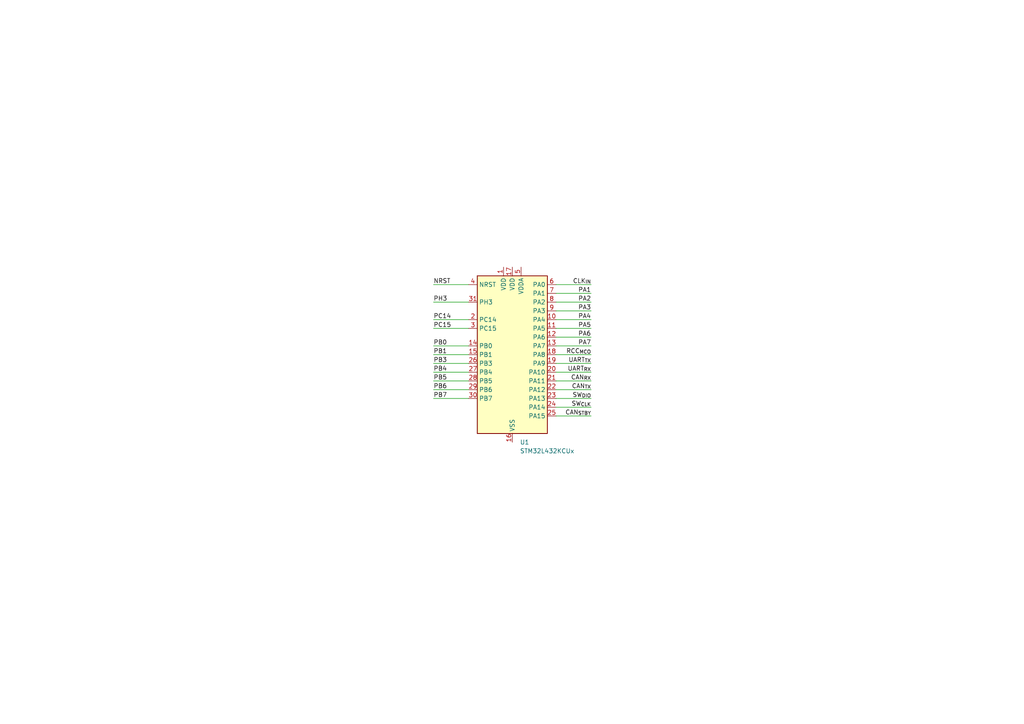
<source format=kicad_sch>
(kicad_sch
	(version 20231120)
	(generator "eeschema")
	(generator_version "8.0")
	(uuid "547c77e5-487c-405b-9a0b-77ef959ecc34")
	(paper "A4")
	(lib_symbols
		(symbol "MCU_ST_STM32L4:STM32L432KCUx"
			(exclude_from_sim no)
			(in_bom yes)
			(on_board yes)
			(property "Reference" "U"
				(at -10.16 24.13 0)
				(effects
					(font
						(size 1.27 1.27)
					)
					(justify left)
				)
			)
			(property "Value" "STM32L432KCUx"
				(at 5.08 24.13 0)
				(effects
					(font
						(size 1.27 1.27)
					)
					(justify left)
				)
			)
			(property "Footprint" "Package_DFN_QFN:QFN-32-1EP_5x5mm_P0.5mm_EP3.45x3.45mm"
				(at -10.16 -22.86 0)
				(effects
					(font
						(size 1.27 1.27)
					)
					(justify right)
					(hide yes)
				)
			)
			(property "Datasheet" "https://www.st.com/resource/en/datasheet/stm32l432kc.pdf"
				(at 0 0 0)
				(effects
					(font
						(size 1.27 1.27)
					)
					(hide yes)
				)
			)
			(property "Description" "STMicroelectronics Arm Cortex-M4 MCU, 256KB flash, 64KB RAM, 80 MHz, 1.71-3.6V, 26 GPIO, UFQFPN32"
				(at 0 0 0)
				(effects
					(font
						(size 1.27 1.27)
					)
					(hide yes)
				)
			)
			(property "ki_locked" ""
				(at 0 0 0)
				(effects
					(font
						(size 1.27 1.27)
					)
				)
			)
			(property "ki_keywords" "Arm Cortex-M4 STM32L4 STM32L4x2"
				(at 0 0 0)
				(effects
					(font
						(size 1.27 1.27)
					)
					(hide yes)
				)
			)
			(property "ki_fp_filters" "QFN*1EP*5x5mm*P0.5mm*"
				(at 0 0 0)
				(effects
					(font
						(size 1.27 1.27)
					)
					(hide yes)
				)
			)
			(symbol "STM32L432KCUx_0_1"
				(rectangle
					(start -10.16 -22.86)
					(end 10.16 22.86)
					(stroke
						(width 0.254)
						(type default)
					)
					(fill
						(type background)
					)
				)
			)
			(symbol "STM32L432KCUx_1_1"
				(pin power_in line
					(at -2.54 25.4 270)
					(length 2.54)
					(name "VDD"
						(effects
							(font
								(size 1.27 1.27)
							)
						)
					)
					(number "1"
						(effects
							(font
								(size 1.27 1.27)
							)
						)
					)
				)
				(pin bidirectional line
					(at 12.7 10.16 180)
					(length 2.54)
					(name "PA4"
						(effects
							(font
								(size 1.27 1.27)
							)
						)
					)
					(number "10"
						(effects
							(font
								(size 1.27 1.27)
							)
						)
					)
					(alternate "ADC1_IN9" bidirectional line)
					(alternate "COMP1_INM" bidirectional line)
					(alternate "COMP2_INM" bidirectional line)
					(alternate "DAC1_OUT1" bidirectional line)
					(alternate "LPTIM2_OUT" bidirectional line)
					(alternate "SAI1_FS_B" bidirectional line)
					(alternate "SPI1_NSS" bidirectional line)
					(alternate "SPI3_NSS" bidirectional line)
					(alternate "USART2_CK" bidirectional line)
				)
				(pin bidirectional line
					(at 12.7 7.62 180)
					(length 2.54)
					(name "PA5"
						(effects
							(font
								(size 1.27 1.27)
							)
						)
					)
					(number "11"
						(effects
							(font
								(size 1.27 1.27)
							)
						)
					)
					(alternate "ADC1_IN10" bidirectional line)
					(alternate "COMP1_INM" bidirectional line)
					(alternate "COMP2_INM" bidirectional line)
					(alternate "DAC1_OUT2" bidirectional line)
					(alternate "LPTIM2_ETR" bidirectional line)
					(alternate "SPI1_SCK" bidirectional line)
					(alternate "TIM2_CH1" bidirectional line)
					(alternate "TIM2_ETR" bidirectional line)
				)
				(pin bidirectional line
					(at 12.7 5.08 180)
					(length 2.54)
					(name "PA6"
						(effects
							(font
								(size 1.27 1.27)
							)
						)
					)
					(number "12"
						(effects
							(font
								(size 1.27 1.27)
							)
						)
					)
					(alternate "ADC1_IN11" bidirectional line)
					(alternate "COMP1_OUT" bidirectional line)
					(alternate "LPUART1_CTS" bidirectional line)
					(alternate "QUADSPI_BK1_IO3" bidirectional line)
					(alternate "SPI1_MISO" bidirectional line)
					(alternate "TIM16_CH1" bidirectional line)
					(alternate "TIM1_BKIN" bidirectional line)
					(alternate "TIM1_BKIN_COMP2" bidirectional line)
				)
				(pin bidirectional line
					(at 12.7 2.54 180)
					(length 2.54)
					(name "PA7"
						(effects
							(font
								(size 1.27 1.27)
							)
						)
					)
					(number "13"
						(effects
							(font
								(size 1.27 1.27)
							)
						)
					)
					(alternate "ADC1_IN12" bidirectional line)
					(alternate "COMP2_OUT" bidirectional line)
					(alternate "I2C3_SCL" bidirectional line)
					(alternate "QUADSPI_BK1_IO2" bidirectional line)
					(alternate "SPI1_MOSI" bidirectional line)
					(alternate "TIM1_CH1N" bidirectional line)
				)
				(pin bidirectional line
					(at -12.7 2.54 0)
					(length 2.54)
					(name "PB0"
						(effects
							(font
								(size 1.27 1.27)
							)
						)
					)
					(number "14"
						(effects
							(font
								(size 1.27 1.27)
							)
						)
					)
					(alternate "ADC1_IN15" bidirectional line)
					(alternate "COMP1_OUT" bidirectional line)
					(alternate "QUADSPI_BK1_IO1" bidirectional line)
					(alternate "SAI1_EXTCLK" bidirectional line)
					(alternate "SPI1_NSS" bidirectional line)
					(alternate "TIM1_CH2N" bidirectional line)
				)
				(pin bidirectional line
					(at -12.7 0 0)
					(length 2.54)
					(name "PB1"
						(effects
							(font
								(size 1.27 1.27)
							)
						)
					)
					(number "15"
						(effects
							(font
								(size 1.27 1.27)
							)
						)
					)
					(alternate "ADC1_IN16" bidirectional line)
					(alternate "COMP1_INM" bidirectional line)
					(alternate "LPTIM2_IN1" bidirectional line)
					(alternate "LPUART1_DE" bidirectional line)
					(alternate "LPUART1_RTS" bidirectional line)
					(alternate "QUADSPI_BK1_IO0" bidirectional line)
					(alternate "TIM1_CH3N" bidirectional line)
				)
				(pin power_in line
					(at 0 -25.4 90)
					(length 2.54)
					(name "VSS"
						(effects
							(font
								(size 1.27 1.27)
							)
						)
					)
					(number "16"
						(effects
							(font
								(size 1.27 1.27)
							)
						)
					)
				)
				(pin power_in line
					(at 0 25.4 270)
					(length 2.54)
					(name "VDD"
						(effects
							(font
								(size 1.27 1.27)
							)
						)
					)
					(number "17"
						(effects
							(font
								(size 1.27 1.27)
							)
						)
					)
				)
				(pin bidirectional line
					(at 12.7 0 180)
					(length 2.54)
					(name "PA8"
						(effects
							(font
								(size 1.27 1.27)
							)
						)
					)
					(number "18"
						(effects
							(font
								(size 1.27 1.27)
							)
						)
					)
					(alternate "LPTIM2_OUT" bidirectional line)
					(alternate "RCC_MCO" bidirectional line)
					(alternate "SAI1_SCK_A" bidirectional line)
					(alternate "SWPMI1_IO" bidirectional line)
					(alternate "TIM1_CH1" bidirectional line)
					(alternate "USART1_CK" bidirectional line)
				)
				(pin bidirectional line
					(at 12.7 -2.54 180)
					(length 2.54)
					(name "PA9"
						(effects
							(font
								(size 1.27 1.27)
							)
						)
					)
					(number "19"
						(effects
							(font
								(size 1.27 1.27)
							)
						)
					)
					(alternate "DAC1_EXTI9" bidirectional line)
					(alternate "I2C1_SCL" bidirectional line)
					(alternate "SAI1_FS_A" bidirectional line)
					(alternate "TIM15_BKIN" bidirectional line)
					(alternate "TIM1_CH2" bidirectional line)
					(alternate "USART1_TX" bidirectional line)
				)
				(pin bidirectional line
					(at -12.7 10.16 0)
					(length 2.54)
					(name "PC14"
						(effects
							(font
								(size 1.27 1.27)
							)
						)
					)
					(number "2"
						(effects
							(font
								(size 1.27 1.27)
							)
						)
					)
					(alternate "RCC_OSC32_IN" bidirectional line)
				)
				(pin bidirectional line
					(at 12.7 -5.08 180)
					(length 2.54)
					(name "PA10"
						(effects
							(font
								(size 1.27 1.27)
							)
						)
					)
					(number "20"
						(effects
							(font
								(size 1.27 1.27)
							)
						)
					)
					(alternate "CRS_SYNC" bidirectional line)
					(alternate "I2C1_SDA" bidirectional line)
					(alternate "SAI1_SD_A" bidirectional line)
					(alternate "TIM1_CH3" bidirectional line)
					(alternate "USART1_RX" bidirectional line)
				)
				(pin bidirectional line
					(at 12.7 -7.62 180)
					(length 2.54)
					(name "PA11"
						(effects
							(font
								(size 1.27 1.27)
							)
						)
					)
					(number "21"
						(effects
							(font
								(size 1.27 1.27)
							)
						)
					)
					(alternate "ADC1_EXTI11" bidirectional line)
					(alternate "CAN1_RX" bidirectional line)
					(alternate "COMP1_OUT" bidirectional line)
					(alternate "SPI1_MISO" bidirectional line)
					(alternate "TIM1_BKIN2" bidirectional line)
					(alternate "TIM1_BKIN2_COMP1" bidirectional line)
					(alternate "TIM1_CH4" bidirectional line)
					(alternate "USART1_CTS" bidirectional line)
					(alternate "USB_DM" bidirectional line)
				)
				(pin bidirectional line
					(at 12.7 -10.16 180)
					(length 2.54)
					(name "PA12"
						(effects
							(font
								(size 1.27 1.27)
							)
						)
					)
					(number "22"
						(effects
							(font
								(size 1.27 1.27)
							)
						)
					)
					(alternate "CAN1_TX" bidirectional line)
					(alternate "SPI1_MOSI" bidirectional line)
					(alternate "TIM1_ETR" bidirectional line)
					(alternate "USART1_DE" bidirectional line)
					(alternate "USART1_RTS" bidirectional line)
					(alternate "USB_DP" bidirectional line)
				)
				(pin bidirectional line
					(at 12.7 -12.7 180)
					(length 2.54)
					(name "PA13"
						(effects
							(font
								(size 1.27 1.27)
							)
						)
					)
					(number "23"
						(effects
							(font
								(size 1.27 1.27)
							)
						)
					)
					(alternate "IR_OUT" bidirectional line)
					(alternate "SAI1_SD_B" bidirectional line)
					(alternate "SWPMI1_TX" bidirectional line)
					(alternate "SYS_JTMS-SWDIO" bidirectional line)
					(alternate "USB_NOE" bidirectional line)
				)
				(pin bidirectional line
					(at 12.7 -15.24 180)
					(length 2.54)
					(name "PA14"
						(effects
							(font
								(size 1.27 1.27)
							)
						)
					)
					(number "24"
						(effects
							(font
								(size 1.27 1.27)
							)
						)
					)
					(alternate "I2C1_SMBA" bidirectional line)
					(alternate "LPTIM1_OUT" bidirectional line)
					(alternate "SAI1_FS_B" bidirectional line)
					(alternate "SWPMI1_RX" bidirectional line)
					(alternate "SYS_JTCK-SWCLK" bidirectional line)
				)
				(pin bidirectional line
					(at 12.7 -17.78 180)
					(length 2.54)
					(name "PA15"
						(effects
							(font
								(size 1.27 1.27)
							)
						)
					)
					(number "25"
						(effects
							(font
								(size 1.27 1.27)
							)
						)
					)
					(alternate "ADC1_EXTI15" bidirectional line)
					(alternate "SPI1_NSS" bidirectional line)
					(alternate "SPI3_NSS" bidirectional line)
					(alternate "SWPMI1_SUSPEND" bidirectional line)
					(alternate "SYS_JTDI" bidirectional line)
					(alternate "TIM2_CH1" bidirectional line)
					(alternate "TIM2_ETR" bidirectional line)
					(alternate "USART2_RX" bidirectional line)
				)
				(pin bidirectional line
					(at -12.7 -2.54 0)
					(length 2.54)
					(name "PB3"
						(effects
							(font
								(size 1.27 1.27)
							)
						)
					)
					(number "26"
						(effects
							(font
								(size 1.27 1.27)
							)
						)
					)
					(alternate "COMP2_INM" bidirectional line)
					(alternate "SAI1_SCK_B" bidirectional line)
					(alternate "SPI1_SCK" bidirectional line)
					(alternate "SPI3_SCK" bidirectional line)
					(alternate "SYS_JTDO-SWO" bidirectional line)
					(alternate "TIM2_CH2" bidirectional line)
					(alternate "USART1_DE" bidirectional line)
					(alternate "USART1_RTS" bidirectional line)
				)
				(pin bidirectional line
					(at -12.7 -5.08 0)
					(length 2.54)
					(name "PB4"
						(effects
							(font
								(size 1.27 1.27)
							)
						)
					)
					(number "27"
						(effects
							(font
								(size 1.27 1.27)
							)
						)
					)
					(alternate "COMP2_INP" bidirectional line)
					(alternate "I2C3_SDA" bidirectional line)
					(alternate "SAI1_MCLK_B" bidirectional line)
					(alternate "SPI1_MISO" bidirectional line)
					(alternate "SPI3_MISO" bidirectional line)
					(alternate "SYS_JTRST" bidirectional line)
					(alternate "TSC_G2_IO1" bidirectional line)
					(alternate "USART1_CTS" bidirectional line)
				)
				(pin bidirectional line
					(at -12.7 -7.62 0)
					(length 2.54)
					(name "PB5"
						(effects
							(font
								(size 1.27 1.27)
							)
						)
					)
					(number "28"
						(effects
							(font
								(size 1.27 1.27)
							)
						)
					)
					(alternate "COMP2_OUT" bidirectional line)
					(alternate "I2C1_SMBA" bidirectional line)
					(alternate "LPTIM1_IN1" bidirectional line)
					(alternate "SAI1_SD_B" bidirectional line)
					(alternate "SPI1_MOSI" bidirectional line)
					(alternate "SPI3_MOSI" bidirectional line)
					(alternate "TIM16_BKIN" bidirectional line)
					(alternate "TSC_G2_IO2" bidirectional line)
					(alternate "USART1_CK" bidirectional line)
				)
				(pin bidirectional line
					(at -12.7 -10.16 0)
					(length 2.54)
					(name "PB6"
						(effects
							(font
								(size 1.27 1.27)
							)
						)
					)
					(number "29"
						(effects
							(font
								(size 1.27 1.27)
							)
						)
					)
					(alternate "COMP2_INP" bidirectional line)
					(alternate "I2C1_SCL" bidirectional line)
					(alternate "LPTIM1_ETR" bidirectional line)
					(alternate "SAI1_FS_B" bidirectional line)
					(alternate "TIM16_CH1N" bidirectional line)
					(alternate "TSC_G2_IO3" bidirectional line)
					(alternate "USART1_TX" bidirectional line)
				)
				(pin bidirectional line
					(at -12.7 7.62 0)
					(length 2.54)
					(name "PC15"
						(effects
							(font
								(size 1.27 1.27)
							)
						)
					)
					(number "3"
						(effects
							(font
								(size 1.27 1.27)
							)
						)
					)
					(alternate "ADC1_EXTI15" bidirectional line)
					(alternate "RCC_OSC32_OUT" bidirectional line)
				)
				(pin bidirectional line
					(at -12.7 -12.7 0)
					(length 2.54)
					(name "PB7"
						(effects
							(font
								(size 1.27 1.27)
							)
						)
					)
					(number "30"
						(effects
							(font
								(size 1.27 1.27)
							)
						)
					)
					(alternate "COMP2_INM" bidirectional line)
					(alternate "I2C1_SDA" bidirectional line)
					(alternate "LPTIM1_IN2" bidirectional line)
					(alternate "SYS_PVD_IN" bidirectional line)
					(alternate "TSC_G2_IO4" bidirectional line)
					(alternate "USART1_RX" bidirectional line)
				)
				(pin bidirectional line
					(at -12.7 15.24 0)
					(length 2.54)
					(name "PH3"
						(effects
							(font
								(size 1.27 1.27)
							)
						)
					)
					(number "31"
						(effects
							(font
								(size 1.27 1.27)
							)
						)
					)
				)
				(pin passive line
					(at 0 -25.4 90)
					(length 2.54) hide
					(name "VSS"
						(effects
							(font
								(size 1.27 1.27)
							)
						)
					)
					(number "32"
						(effects
							(font
								(size 1.27 1.27)
							)
						)
					)
				)
				(pin passive line
					(at 0 -25.4 90)
					(length 2.54) hide
					(name "VSS"
						(effects
							(font
								(size 1.27 1.27)
							)
						)
					)
					(number "33"
						(effects
							(font
								(size 1.27 1.27)
							)
						)
					)
				)
				(pin input line
					(at -12.7 20.32 0)
					(length 2.54)
					(name "NRST"
						(effects
							(font
								(size 1.27 1.27)
							)
						)
					)
					(number "4"
						(effects
							(font
								(size 1.27 1.27)
							)
						)
					)
				)
				(pin power_in line
					(at 2.54 25.4 270)
					(length 2.54)
					(name "VDDA"
						(effects
							(font
								(size 1.27 1.27)
							)
						)
					)
					(number "5"
						(effects
							(font
								(size 1.27 1.27)
							)
						)
					)
				)
				(pin bidirectional line
					(at 12.7 20.32 180)
					(length 2.54)
					(name "PA0"
						(effects
							(font
								(size 1.27 1.27)
							)
						)
					)
					(number "6"
						(effects
							(font
								(size 1.27 1.27)
							)
						)
					)
					(alternate "ADC1_IN5" bidirectional line)
					(alternate "COMP1_INM" bidirectional line)
					(alternate "COMP1_OUT" bidirectional line)
					(alternate "OPAMP1_VINP" bidirectional line)
					(alternate "RCC_CK_IN" bidirectional line)
					(alternate "RTC_TAMP2" bidirectional line)
					(alternate "SAI1_EXTCLK" bidirectional line)
					(alternate "SYS_WKUP1" bidirectional line)
					(alternate "TIM2_CH1" bidirectional line)
					(alternate "TIM2_ETR" bidirectional line)
					(alternate "USART2_CTS" bidirectional line)
				)
				(pin bidirectional line
					(at 12.7 17.78 180)
					(length 2.54)
					(name "PA1"
						(effects
							(font
								(size 1.27 1.27)
							)
						)
					)
					(number "7"
						(effects
							(font
								(size 1.27 1.27)
							)
						)
					)
					(alternate "ADC1_IN6" bidirectional line)
					(alternate "COMP1_INP" bidirectional line)
					(alternate "I2C1_SMBA" bidirectional line)
					(alternate "OPAMP1_VINM" bidirectional line)
					(alternate "SPI1_SCK" bidirectional line)
					(alternate "TIM15_CH1N" bidirectional line)
					(alternate "TIM2_CH2" bidirectional line)
					(alternate "USART2_DE" bidirectional line)
					(alternate "USART2_RTS" bidirectional line)
				)
				(pin bidirectional line
					(at 12.7 15.24 180)
					(length 2.54)
					(name "PA2"
						(effects
							(font
								(size 1.27 1.27)
							)
						)
					)
					(number "8"
						(effects
							(font
								(size 1.27 1.27)
							)
						)
					)
					(alternate "ADC1_IN7" bidirectional line)
					(alternate "COMP2_INM" bidirectional line)
					(alternate "COMP2_OUT" bidirectional line)
					(alternate "LPUART1_TX" bidirectional line)
					(alternate "QUADSPI_BK1_NCS" bidirectional line)
					(alternate "RCC_LSCO" bidirectional line)
					(alternate "SYS_WKUP4" bidirectional line)
					(alternate "TIM15_CH1" bidirectional line)
					(alternate "TIM2_CH3" bidirectional line)
					(alternate "USART2_TX" bidirectional line)
				)
				(pin bidirectional line
					(at 12.7 12.7 180)
					(length 2.54)
					(name "PA3"
						(effects
							(font
								(size 1.27 1.27)
							)
						)
					)
					(number "9"
						(effects
							(font
								(size 1.27 1.27)
							)
						)
					)
					(alternate "ADC1_IN8" bidirectional line)
					(alternate "COMP2_INP" bidirectional line)
					(alternate "LPUART1_RX" bidirectional line)
					(alternate "OPAMP1_VOUT" bidirectional line)
					(alternate "QUADSPI_CLK" bidirectional line)
					(alternate "SAI1_MCLK_A" bidirectional line)
					(alternate "TIM15_CH2" bidirectional line)
					(alternate "TIM2_CH4" bidirectional line)
					(alternate "USART2_RX" bidirectional line)
				)
			)
		)
	)
	(wire
		(pts
			(xy 125.73 110.49) (xy 135.89 110.49)
		)
		(stroke
			(width 0)
			(type default)
		)
		(uuid "03155cd6-0599-41b5-a369-f2a1b2ee7a38")
	)
	(wire
		(pts
			(xy 125.73 100.33) (xy 135.89 100.33)
		)
		(stroke
			(width 0)
			(type default)
		)
		(uuid "0ad2b57c-1c95-4872-b638-7383da303316")
	)
	(wire
		(pts
			(xy 171.45 110.49) (xy 161.29 110.49)
		)
		(stroke
			(width 0)
			(type default)
		)
		(uuid "186bed50-e18b-41bc-8794-eb7522c51575")
	)
	(wire
		(pts
			(xy 125.73 92.71) (xy 135.89 92.71)
		)
		(stroke
			(width 0)
			(type default)
		)
		(uuid "1c4a1088-08a7-4c4e-99a7-2c6cde1e14e0")
	)
	(wire
		(pts
			(xy 125.73 113.03) (xy 135.89 113.03)
		)
		(stroke
			(width 0)
			(type default)
		)
		(uuid "29da97e5-89ed-46bd-9938-45dfb1f7c5b6")
	)
	(wire
		(pts
			(xy 171.45 102.87) (xy 161.29 102.87)
		)
		(stroke
			(width 0)
			(type default)
		)
		(uuid "2db6df69-2b52-4e81-885c-66c7d1e4b5d1")
	)
	(wire
		(pts
			(xy 125.73 102.87) (xy 135.89 102.87)
		)
		(stroke
			(width 0)
			(type default)
		)
		(uuid "417bce7f-450a-4496-9f56-699bcf7989e2")
	)
	(wire
		(pts
			(xy 161.29 115.57) (xy 171.45 115.57)
		)
		(stroke
			(width 0)
			(type default)
		)
		(uuid "4bad9213-e239-48c0-9be9-57c615ed4836")
	)
	(wire
		(pts
			(xy 171.45 87.63) (xy 161.29 87.63)
		)
		(stroke
			(width 0)
			(type default)
		)
		(uuid "5252abe4-f43d-4210-904c-65d28b7b6999")
	)
	(wire
		(pts
			(xy 171.45 95.25) (xy 161.29 95.25)
		)
		(stroke
			(width 0)
			(type default)
		)
		(uuid "5f1e7aa1-602c-4df3-af78-e28c02df4dc4")
	)
	(wire
		(pts
			(xy 171.45 90.17) (xy 161.29 90.17)
		)
		(stroke
			(width 0)
			(type default)
		)
		(uuid "6028f8ab-c6b9-4444-9be7-9e5186975b26")
	)
	(wire
		(pts
			(xy 171.45 113.03) (xy 161.29 113.03)
		)
		(stroke
			(width 0)
			(type default)
		)
		(uuid "6624c3b7-13e8-4be6-a5fa-6971ac3c279d")
	)
	(wire
		(pts
			(xy 171.45 92.71) (xy 161.29 92.71)
		)
		(stroke
			(width 0)
			(type default)
		)
		(uuid "6ade101a-ad17-4b11-9b41-c7821d5649c8")
	)
	(wire
		(pts
			(xy 125.73 115.57) (xy 135.89 115.57)
		)
		(stroke
			(width 0)
			(type default)
		)
		(uuid "72550756-6366-45e1-bb34-0fff776269b2")
	)
	(wire
		(pts
			(xy 171.45 120.65) (xy 161.29 120.65)
		)
		(stroke
			(width 0)
			(type default)
		)
		(uuid "73d57be6-6391-4f0b-a4c0-e6a7d7dfc242")
	)
	(wire
		(pts
			(xy 171.45 107.95) (xy 161.29 107.95)
		)
		(stroke
			(width 0)
			(type default)
		)
		(uuid "7bfdf521-340e-4ccb-be99-e4f47f276d14")
	)
	(wire
		(pts
			(xy 125.73 87.63) (xy 135.89 87.63)
		)
		(stroke
			(width 0)
			(type default)
		)
		(uuid "8bef60bc-eaad-4efa-b33d-6e312d051843")
	)
	(wire
		(pts
			(xy 125.73 105.41) (xy 135.89 105.41)
		)
		(stroke
			(width 0)
			(type default)
		)
		(uuid "92a1236b-e092-42b0-9396-63de1e5eb66d")
	)
	(wire
		(pts
			(xy 171.45 82.55) (xy 161.29 82.55)
		)
		(stroke
			(width 0)
			(type default)
		)
		(uuid "96e2ff0f-8827-4922-af7d-a0ec011d02dd")
	)
	(wire
		(pts
			(xy 125.73 95.25) (xy 135.89 95.25)
		)
		(stroke
			(width 0)
			(type default)
		)
		(uuid "a5750f26-9b34-41a0-9209-ed9ebd0b5971")
	)
	(wire
		(pts
			(xy 171.45 105.41) (xy 161.29 105.41)
		)
		(stroke
			(width 0)
			(type default)
		)
		(uuid "ab47db95-7a1f-4dca-a399-7da84ec26253")
	)
	(wire
		(pts
			(xy 125.73 82.55) (xy 135.89 82.55)
		)
		(stroke
			(width 0)
			(type default)
		)
		(uuid "bc2e24d3-7d6a-4fa7-80f6-d1489c4462f3")
	)
	(wire
		(pts
			(xy 171.45 100.33) (xy 161.29 100.33)
		)
		(stroke
			(width 0)
			(type default)
		)
		(uuid "bfa5ba5f-512c-4d83-b6c8-8055f2a88e61")
	)
	(wire
		(pts
			(xy 171.45 85.09) (xy 161.29 85.09)
		)
		(stroke
			(width 0)
			(type default)
		)
		(uuid "c0b01e4f-f280-419b-bcf9-54a999478104")
	)
	(wire
		(pts
			(xy 171.45 97.79) (xy 161.29 97.79)
		)
		(stroke
			(width 0)
			(type default)
		)
		(uuid "ece71464-97c3-4e67-b347-c6a9bd84bd2f")
	)
	(wire
		(pts
			(xy 125.73 107.95) (xy 135.89 107.95)
		)
		(stroke
			(width 0)
			(type default)
		)
		(uuid "f283a0aa-e867-4528-b1ac-7fa956fcb39b")
	)
	(wire
		(pts
			(xy 161.29 118.11) (xy 171.45 118.11)
		)
		(stroke
			(width 0)
			(type default)
		)
		(uuid "f50f3099-a730-4d30-a5e4-b43b208ea673")
	)
	(label "RCC_{MCO}"
		(at 171.45 102.87 180)
		(fields_autoplaced yes)
		(effects
			(font
				(size 1.27 1.27)
			)
			(justify right bottom)
		)
		(uuid "003b4833-537e-4f06-9e7b-4ab1501e19b7")
	)
	(label "PA5"
		(at 171.45 95.25 180)
		(fields_autoplaced yes)
		(effects
			(font
				(size 1.27 1.27)
			)
			(justify right bottom)
		)
		(uuid "0583a67b-33a1-46c1-a519-40560185fd35")
	)
	(label "PB4"
		(at 125.73 107.95 0)
		(fields_autoplaced yes)
		(effects
			(font
				(size 1.27 1.27)
			)
			(justify left bottom)
		)
		(uuid "0a15efc1-627a-45ee-85bf-073302eb7557")
	)
	(label "SW_{DIO}"
		(at 171.45 115.57 180)
		(fields_autoplaced yes)
		(effects
			(font
				(size 1.27 1.27)
			)
			(justify right bottom)
		)
		(uuid "0e89abd0-612b-44c1-927a-3735858ac486")
	)
	(label "PA3"
		(at 171.45 90.17 180)
		(fields_autoplaced yes)
		(effects
			(font
				(size 1.27 1.27)
			)
			(justify right bottom)
		)
		(uuid "1a95ca19-9ab6-46a1-8834-1be05b28a92a")
	)
	(label "PB5"
		(at 125.73 110.49 0)
		(fields_autoplaced yes)
		(effects
			(font
				(size 1.27 1.27)
			)
			(justify left bottom)
		)
		(uuid "1b253780-af01-4113-8a02-103ca6cb1c70")
	)
	(label "UART_{TX}"
		(at 171.45 105.41 180)
		(fields_autoplaced yes)
		(effects
			(font
				(size 1.27 1.27)
			)
			(justify right bottom)
		)
		(uuid "2978f7dc-2396-49b5-b20c-f20c62766c95")
	)
	(label "PB1"
		(at 125.73 102.87 0)
		(fields_autoplaced yes)
		(effects
			(font
				(size 1.27 1.27)
			)
			(justify left bottom)
		)
		(uuid "35b889a7-22df-4eb2-93f5-467a6b8c5404")
	)
	(label "PB3"
		(at 125.73 105.41 0)
		(fields_autoplaced yes)
		(effects
			(font
				(size 1.27 1.27)
			)
			(justify left bottom)
		)
		(uuid "4c99ad21-b342-48ce-8036-191cfd71f2dd")
	)
	(label "CAN_{RX}"
		(at 171.45 110.49 180)
		(fields_autoplaced yes)
		(effects
			(font
				(size 1.27 1.27)
			)
			(justify right bottom)
		)
		(uuid "575e7538-b43e-429a-b6fe-2e7cceb10bea")
	)
	(label "SW_{CLK}"
		(at 171.45 118.11 180)
		(fields_autoplaced yes)
		(effects
			(font
				(size 1.27 1.27)
			)
			(justify right bottom)
		)
		(uuid "63c1f873-40c7-4ce6-8ba0-26e7e72c363b")
	)
	(label "PC15"
		(at 125.73 95.25 0)
		(fields_autoplaced yes)
		(effects
			(font
				(size 1.27 1.27)
			)
			(justify left bottom)
		)
		(uuid "6b551407-8165-4572-bb8c-3c01864c5efd")
	)
	(label "PC14"
		(at 125.73 92.71 0)
		(fields_autoplaced yes)
		(effects
			(font
				(size 1.27 1.27)
			)
			(justify left bottom)
		)
		(uuid "70461af6-1f53-440d-af8c-5ee0cd766e1c")
	)
	(label "PA4"
		(at 171.45 92.71 180)
		(fields_autoplaced yes)
		(effects
			(font
				(size 1.27 1.27)
			)
			(justify right bottom)
		)
		(uuid "70cab30e-4c18-44e6-b4b8-196f3857d38b")
	)
	(label "PB0"
		(at 125.73 100.33 0)
		(fields_autoplaced yes)
		(effects
			(font
				(size 1.27 1.27)
			)
			(justify left bottom)
		)
		(uuid "7330dfa4-1259-4536-a341-124747a830ba")
	)
	(label "PB6"
		(at 125.73 113.03 0)
		(fields_autoplaced yes)
		(effects
			(font
				(size 1.27 1.27)
			)
			(justify left bottom)
		)
		(uuid "79594fcf-1df0-4130-ab22-4c21eabe7592")
	)
	(label "CAN_{TX}"
		(at 171.45 113.03 180)
		(fields_autoplaced yes)
		(effects
			(font
				(size 1.27 1.27)
			)
			(justify right bottom)
		)
		(uuid "affce79a-e4e3-41a1-8729-4f01bc508708")
	)
	(label "PA2"
		(at 171.45 87.63 180)
		(fields_autoplaced yes)
		(effects
			(font
				(size 1.27 1.27)
			)
			(justify right bottom)
		)
		(uuid "dbd32ea8-f659-4cac-b3ff-5328bdd58666")
	)
	(label "CLK_{IN}"
		(at 171.45 82.55 180)
		(fields_autoplaced yes)
		(effects
			(font
				(size 1.27 1.27)
			)
			(justify right bottom)
		)
		(uuid "e0c9ae9f-708a-4955-8369-adce0bbaa771")
	)
	(label "CAN_{STBY}"
		(at 171.45 120.65 180)
		(fields_autoplaced yes)
		(effects
			(font
				(size 1.27 1.27)
			)
			(justify right bottom)
		)
		(uuid "e6194d05-823b-4da9-88cf-c4ad02effb57")
	)
	(label "UART_{RX}"
		(at 171.45 107.95 180)
		(fields_autoplaced yes)
		(effects
			(font
				(size 1.27 1.27)
			)
			(justify right bottom)
		)
		(uuid "eb5eb1a6-40aa-4f9d-8137-0640cb3387ac")
	)
	(label "PA7"
		(at 171.45 100.33 180)
		(fields_autoplaced yes)
		(effects
			(font
				(size 1.27 1.27)
			)
			(justify right bottom)
		)
		(uuid "ed890b81-ec90-4d47-a50d-1e36061ba62b")
	)
	(label "PH3"
		(at 125.73 87.63 0)
		(fields_autoplaced yes)
		(effects
			(font
				(size 1.27 1.27)
			)
			(justify left bottom)
		)
		(uuid "f2c82517-a7c0-4714-97aa-33a141fa81a3")
	)
	(label "PB7"
		(at 125.73 115.57 0)
		(fields_autoplaced yes)
		(effects
			(font
				(size 1.27 1.27)
			)
			(justify left bottom)
		)
		(uuid "f3b8988c-765f-4ddc-a27f-14c51ab726ae")
	)
	(label "NRST"
		(at 125.73 82.55 0)
		(fields_autoplaced yes)
		(effects
			(font
				(size 1.27 1.27)
			)
			(justify left bottom)
		)
		(uuid "fac61ae1-b3ea-4119-961b-926630e14f11")
	)
	(label "PA1"
		(at 171.45 85.09 180)
		(fields_autoplaced yes)
		(effects
			(font
				(size 1.27 1.27)
			)
			(justify right bottom)
		)
		(uuid "fb0f7884-7e5d-4a90-92cb-fd6353313404")
	)
	(label "PA6"
		(at 171.45 97.79 180)
		(fields_autoplaced yes)
		(effects
			(font
				(size 1.27 1.27)
			)
			(justify right bottom)
		)
		(uuid "fb215d6f-9094-4310-9f53-9b3f89b219a4")
	)
	(symbol
		(lib_id "MCU_ST_STM32L4:STM32L432KCUx")
		(at 148.59 102.87 0)
		(unit 1)
		(exclude_from_sim no)
		(in_bom yes)
		(on_board yes)
		(dnp no)
		(fields_autoplaced yes)
		(uuid "d869daf6-c994-4d8f-926a-9bcb3e08d580")
		(property "Reference" "U1"
			(at 150.7841 128.27 0)
			(effects
				(font
					(size 1.27 1.27)
				)
				(justify left)
			)
		)
		(property "Value" "STM32L432KCUx"
			(at 150.7841 130.81 0)
			(effects
				(font
					(size 1.27 1.27)
				)
				(justify left)
			)
		)
		(property "Footprint" "Package_DFN_QFN:QFN-32-1EP_5x5mm_P0.5mm_EP3.45x3.45mm"
			(at 138.43 125.73 0)
			(effects
				(font
					(size 1.27 1.27)
				)
				(justify right)
				(hide yes)
			)
		)
		(property "Datasheet" "https://www.st.com/resource/en/datasheet/stm32l432kc.pdf"
			(at 148.59 102.87 0)
			(effects
				(font
					(size 1.27 1.27)
				)
				(hide yes)
			)
		)
		(property "Description" "STMicroelectronics Arm Cortex-M4 MCU, 256KB flash, 64KB RAM, 80 MHz, 1.71-3.6V, 26 GPIO, UFQFPN32"
			(at 148.59 102.87 0)
			(effects
				(font
					(size 1.27 1.27)
				)
				(hide yes)
			)
		)
		(pin "4"
			(uuid "b34904bd-3fe8-4fc6-8560-06949c308cba")
		)
		(pin "31"
			(uuid "d012f722-85e0-4ff1-aa28-2de11084960f")
		)
		(pin "13"
			(uuid "31c9363f-9900-4f2c-ab62-01a725f34b90")
		)
		(pin "14"
			(uuid "b28d1410-e2fb-4d94-9dac-dfa9949a1303")
		)
		(pin "16"
			(uuid "7e1a2749-dbe8-43d0-830a-263a0f5bef91")
		)
		(pin "23"
			(uuid "1c22cee5-83af-403e-9158-43d6a53f4d01")
		)
		(pin "21"
			(uuid "2c9cb578-11d9-43e3-925e-5bd66a757142")
		)
		(pin "30"
			(uuid "42f4b81d-29e8-4859-96a9-edfe1aa86c0e")
		)
		(pin "6"
			(uuid "082fac68-ad56-4770-af01-5706969d8f28")
		)
		(pin "7"
			(uuid "040e8246-1159-4f79-82ba-e9de8aae4abc")
		)
		(pin "10"
			(uuid "5c8d6e06-70e4-49bf-ab24-a1bd32156a4a")
		)
		(pin "29"
			(uuid "cb2ab548-9b1c-4149-9ce0-400f79ed7d69")
		)
		(pin "20"
			(uuid "9b7f114e-bf6c-4cfc-b4de-6f4d132a03f2")
		)
		(pin "26"
			(uuid "263edcbc-3835-4600-83b3-8348bcc98d38")
		)
		(pin "5"
			(uuid "96a35c42-bf32-4dd6-ae8b-0aebd3337290")
		)
		(pin "1"
			(uuid "e6524578-4c32-4273-87f6-125a7e495da6")
		)
		(pin "22"
			(uuid "1f91e8b5-9328-43a3-8627-08bce36435dc")
		)
		(pin "25"
			(uuid "881a38b7-3f74-4acc-aa99-af0365642800")
		)
		(pin "2"
			(uuid "97899476-6a94-4b3c-bc48-d53bddb76c53")
		)
		(pin "17"
			(uuid "13e86e07-9fdd-4fa1-88b3-50098e922496")
		)
		(pin "18"
			(uuid "5ca6c977-4b3d-43c1-8b54-d3c6fd136ffa")
		)
		(pin "28"
			(uuid "622b4c03-a6c0-457c-b9db-b81d08d12d6a")
		)
		(pin "3"
			(uuid "cbbd1a54-cbb3-4984-89bc-68cb4d37b0dd")
		)
		(pin "33"
			(uuid "c52ead91-8afd-4af6-9d4e-b5a9b5c0303d")
		)
		(pin "19"
			(uuid "c645fccd-1118-492f-a97b-74d79ee809d7")
		)
		(pin "32"
			(uuid "dbb67677-88b1-439b-95cb-0b0e1b3b4ba5")
		)
		(pin "11"
			(uuid "20cf8f40-7cef-4f32-b779-824db0cf38f6")
		)
		(pin "8"
			(uuid "7cc1752d-ed73-4e57-823c-e42b24ecd0ca")
		)
		(pin "27"
			(uuid "0586a90a-c459-48e9-9324-dcc1ee0be783")
		)
		(pin "9"
			(uuid "579b69a8-ed97-4f0c-9faa-dacb954473bf")
		)
		(pin "12"
			(uuid "f9ccf718-5131-4056-9e61-466e9c93c315")
		)
		(pin "15"
			(uuid "4715ac3c-0d54-4e81-bb7e-ba9fe6463ec8")
		)
		(pin "24"
			(uuid "b5833de0-b498-47d2-8390-27c11303a481")
		)
		(instances
			(project "FET-Board-V1"
				(path "/49eeaae5-d819-4258-b051-773c4f6ae51f/d2bac254-794e-451e-931e-bd0a08d1c7bb/6dc80ae2-ca57-4034-af7e-8568d37ffb9e"
					(reference "U1")
					(unit 1)
				)
			)
		)
	)
)

</source>
